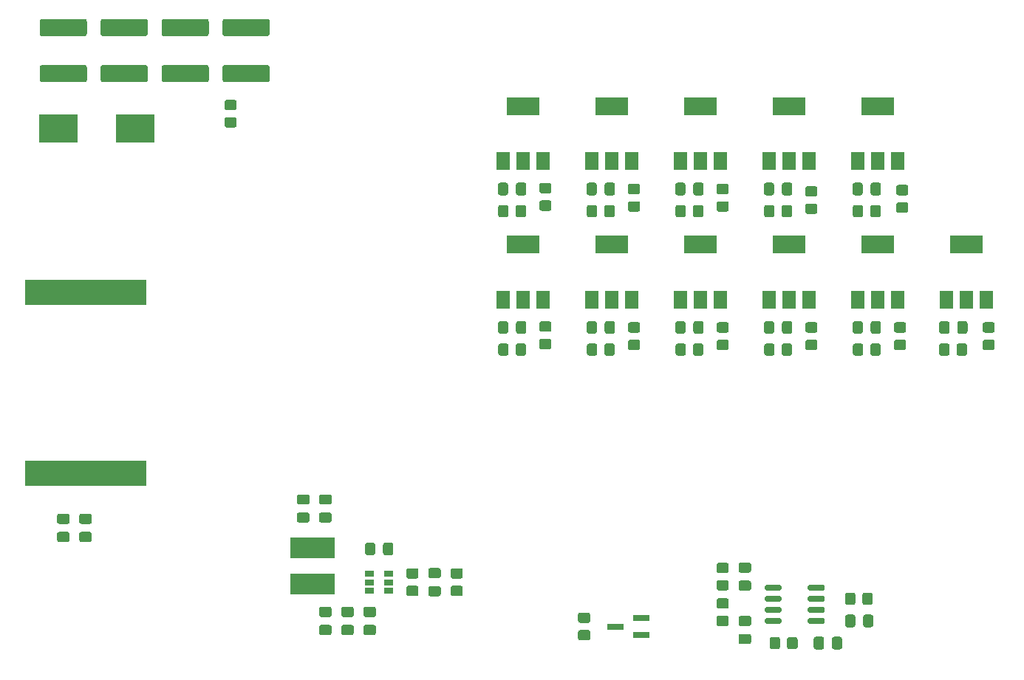
<source format=gbr>
%TF.GenerationSoftware,KiCad,Pcbnew,(5.1.9)-1*%
%TF.CreationDate,2021-10-04T18:28:26-04:00*%
%TF.ProjectId,In9 Music Visualizer RevC,496e3920-4d75-4736-9963-205669737561,rev?*%
%TF.SameCoordinates,Original*%
%TF.FileFunction,Paste,Top*%
%TF.FilePolarity,Positive*%
%FSLAX46Y46*%
G04 Gerber Fmt 4.6, Leading zero omitted, Abs format (unit mm)*
G04 Created by KiCad (PCBNEW (5.1.9)-1) date 2021-10-04 18:28:26*
%MOMM*%
%LPD*%
G01*
G04 APERTURE LIST*
%ADD10R,5.100000X2.350000*%
%ADD11R,1.060000X0.650000*%
%ADD12R,1.500000X2.000000*%
%ADD13R,3.800000X2.000000*%
%ADD14R,1.900000X0.800000*%
%ADD15R,14.000000X3.000000*%
%ADD16R,4.500000X3.300000*%
G04 APERTURE END LIST*
D10*
%TO.C,L2*%
X92710000Y-117010000D03*
X92710000Y-112860000D03*
%TD*%
%TO.C,C18*%
G36*
G01*
X99880000Y-112555000D02*
X99880000Y-113505000D01*
G75*
G02*
X99630000Y-113755000I-250000J0D01*
G01*
X98955000Y-113755000D01*
G75*
G02*
X98705000Y-113505000I0J250000D01*
G01*
X98705000Y-112555000D01*
G75*
G02*
X98955000Y-112305000I250000J0D01*
G01*
X99630000Y-112305000D01*
G75*
G02*
X99880000Y-112555000I0J-250000D01*
G01*
G37*
G36*
G01*
X101955000Y-112555000D02*
X101955000Y-113505000D01*
G75*
G02*
X101705000Y-113755000I-250000J0D01*
G01*
X101030000Y-113755000D01*
G75*
G02*
X100780000Y-113505000I0J250000D01*
G01*
X100780000Y-112555000D01*
G75*
G02*
X101030000Y-112305000I250000J0D01*
G01*
X101705000Y-112305000D01*
G75*
G02*
X101955000Y-112555000I0J-250000D01*
G01*
G37*
%TD*%
%TO.C,R6*%
G36*
G01*
X140150001Y-115805000D02*
X139249999Y-115805000D01*
G75*
G02*
X139000000Y-115555001I0J249999D01*
G01*
X139000000Y-114854999D01*
G75*
G02*
X139249999Y-114605000I249999J0D01*
G01*
X140150001Y-114605000D01*
G75*
G02*
X140400000Y-114854999I0J-249999D01*
G01*
X140400000Y-115555001D01*
G75*
G02*
X140150001Y-115805000I-249999J0D01*
G01*
G37*
G36*
G01*
X140150001Y-117805000D02*
X139249999Y-117805000D01*
G75*
G02*
X139000000Y-117555001I0J249999D01*
G01*
X139000000Y-116854999D01*
G75*
G02*
X139249999Y-116605000I249999J0D01*
G01*
X140150001Y-116605000D01*
G75*
G02*
X140400000Y-116854999I0J-249999D01*
G01*
X140400000Y-117555001D01*
G75*
G02*
X140150001Y-117805000I-249999J0D01*
G01*
G37*
%TD*%
%TO.C,R2*%
G36*
G01*
X140150001Y-119885000D02*
X139249999Y-119885000D01*
G75*
G02*
X139000000Y-119635001I0J249999D01*
G01*
X139000000Y-118934999D01*
G75*
G02*
X139249999Y-118685000I249999J0D01*
G01*
X140150001Y-118685000D01*
G75*
G02*
X140400000Y-118934999I0J-249999D01*
G01*
X140400000Y-119635001D01*
G75*
G02*
X140150001Y-119885000I-249999J0D01*
G01*
G37*
G36*
G01*
X140150001Y-121885000D02*
X139249999Y-121885000D01*
G75*
G02*
X139000000Y-121635001I0J249999D01*
G01*
X139000000Y-120934999D01*
G75*
G02*
X139249999Y-120685000I249999J0D01*
G01*
X140150001Y-120685000D01*
G75*
G02*
X140400000Y-120934999I0J-249999D01*
G01*
X140400000Y-121635001D01*
G75*
G02*
X140150001Y-121885000I-249999J0D01*
G01*
G37*
%TD*%
D11*
%TO.C,U3*%
X101430000Y-116840000D03*
X101430000Y-115890000D03*
X101430000Y-117790000D03*
X99230000Y-117790000D03*
X99230000Y-116840000D03*
X99230000Y-115890000D03*
%TD*%
%TO.C,C13*%
G36*
G01*
X87540002Y-54230000D02*
X82639998Y-54230000D01*
G75*
G02*
X82390000Y-53980002I0J249998D01*
G01*
X82390000Y-52504998D01*
G75*
G02*
X82639998Y-52255000I249998J0D01*
G01*
X87540002Y-52255000D01*
G75*
G02*
X87790000Y-52504998I0J-249998D01*
G01*
X87790000Y-53980002D01*
G75*
G02*
X87540002Y-54230000I-249998J0D01*
G01*
G37*
G36*
G01*
X87540002Y-59505000D02*
X82639998Y-59505000D01*
G75*
G02*
X82390000Y-59255002I0J249998D01*
G01*
X82390000Y-57779998D01*
G75*
G02*
X82639998Y-57530000I249998J0D01*
G01*
X87540002Y-57530000D01*
G75*
G02*
X87790000Y-57779998I0J-249998D01*
G01*
X87790000Y-59255002D01*
G75*
G02*
X87540002Y-59505000I-249998J0D01*
G01*
G37*
%TD*%
%TO.C,C12*%
G36*
G01*
X80555002Y-54230000D02*
X75654998Y-54230000D01*
G75*
G02*
X75405000Y-53980002I0J249998D01*
G01*
X75405000Y-52504998D01*
G75*
G02*
X75654998Y-52255000I249998J0D01*
G01*
X80555002Y-52255000D01*
G75*
G02*
X80805000Y-52504998I0J-249998D01*
G01*
X80805000Y-53980002D01*
G75*
G02*
X80555002Y-54230000I-249998J0D01*
G01*
G37*
G36*
G01*
X80555002Y-59505000D02*
X75654998Y-59505000D01*
G75*
G02*
X75405000Y-59255002I0J249998D01*
G01*
X75405000Y-57779998D01*
G75*
G02*
X75654998Y-57530000I249998J0D01*
G01*
X80555002Y-57530000D01*
G75*
G02*
X80805000Y-57779998I0J-249998D01*
G01*
X80805000Y-59255002D01*
G75*
G02*
X80555002Y-59505000I-249998J0D01*
G01*
G37*
%TD*%
%TO.C,C11*%
G36*
G01*
X73570002Y-54230000D02*
X68669998Y-54230000D01*
G75*
G02*
X68420000Y-53980002I0J249998D01*
G01*
X68420000Y-52504998D01*
G75*
G02*
X68669998Y-52255000I249998J0D01*
G01*
X73570002Y-52255000D01*
G75*
G02*
X73820000Y-52504998I0J-249998D01*
G01*
X73820000Y-53980002D01*
G75*
G02*
X73570002Y-54230000I-249998J0D01*
G01*
G37*
G36*
G01*
X73570002Y-59505000D02*
X68669998Y-59505000D01*
G75*
G02*
X68420000Y-59255002I0J249998D01*
G01*
X68420000Y-57779998D01*
G75*
G02*
X68669998Y-57530000I249998J0D01*
G01*
X73570002Y-57530000D01*
G75*
G02*
X73820000Y-57779998I0J-249998D01*
G01*
X73820000Y-59255002D01*
G75*
G02*
X73570002Y-59505000I-249998J0D01*
G01*
G37*
%TD*%
%TO.C,C10*%
G36*
G01*
X66585002Y-54230000D02*
X61684998Y-54230000D01*
G75*
G02*
X61435000Y-53980002I0J249998D01*
G01*
X61435000Y-52504998D01*
G75*
G02*
X61684998Y-52255000I249998J0D01*
G01*
X66585002Y-52255000D01*
G75*
G02*
X66835000Y-52504998I0J-249998D01*
G01*
X66835000Y-53980002D01*
G75*
G02*
X66585002Y-54230000I-249998J0D01*
G01*
G37*
G36*
G01*
X66585002Y-59505000D02*
X61684998Y-59505000D01*
G75*
G02*
X61435000Y-59255002I0J249998D01*
G01*
X61435000Y-57779998D01*
G75*
G02*
X61684998Y-57530000I249998J0D01*
G01*
X66585002Y-57530000D01*
G75*
G02*
X66835000Y-57779998I0J-249998D01*
G01*
X66835000Y-59255002D01*
G75*
G02*
X66585002Y-59505000I-249998J0D01*
G01*
G37*
%TD*%
%TO.C,U1*%
G36*
G01*
X146455000Y-121135000D02*
X146455000Y-121435000D01*
G75*
G02*
X146305000Y-121585000I-150000J0D01*
G01*
X144655000Y-121585000D01*
G75*
G02*
X144505000Y-121435000I0J150000D01*
G01*
X144505000Y-121135000D01*
G75*
G02*
X144655000Y-120985000I150000J0D01*
G01*
X146305000Y-120985000D01*
G75*
G02*
X146455000Y-121135000I0J-150000D01*
G01*
G37*
G36*
G01*
X146455000Y-119865000D02*
X146455000Y-120165000D01*
G75*
G02*
X146305000Y-120315000I-150000J0D01*
G01*
X144655000Y-120315000D01*
G75*
G02*
X144505000Y-120165000I0J150000D01*
G01*
X144505000Y-119865000D01*
G75*
G02*
X144655000Y-119715000I150000J0D01*
G01*
X146305000Y-119715000D01*
G75*
G02*
X146455000Y-119865000I0J-150000D01*
G01*
G37*
G36*
G01*
X146455000Y-118595000D02*
X146455000Y-118895000D01*
G75*
G02*
X146305000Y-119045000I-150000J0D01*
G01*
X144655000Y-119045000D01*
G75*
G02*
X144505000Y-118895000I0J150000D01*
G01*
X144505000Y-118595000D01*
G75*
G02*
X144655000Y-118445000I150000J0D01*
G01*
X146305000Y-118445000D01*
G75*
G02*
X146455000Y-118595000I0J-150000D01*
G01*
G37*
G36*
G01*
X146455000Y-117325000D02*
X146455000Y-117625000D01*
G75*
G02*
X146305000Y-117775000I-150000J0D01*
G01*
X144655000Y-117775000D01*
G75*
G02*
X144505000Y-117625000I0J150000D01*
G01*
X144505000Y-117325000D01*
G75*
G02*
X144655000Y-117175000I150000J0D01*
G01*
X146305000Y-117175000D01*
G75*
G02*
X146455000Y-117325000I0J-150000D01*
G01*
G37*
G36*
G01*
X151405000Y-117325000D02*
X151405000Y-117625000D01*
G75*
G02*
X151255000Y-117775000I-150000J0D01*
G01*
X149605000Y-117775000D01*
G75*
G02*
X149455000Y-117625000I0J150000D01*
G01*
X149455000Y-117325000D01*
G75*
G02*
X149605000Y-117175000I150000J0D01*
G01*
X151255000Y-117175000D01*
G75*
G02*
X151405000Y-117325000I0J-150000D01*
G01*
G37*
G36*
G01*
X151405000Y-118595000D02*
X151405000Y-118895000D01*
G75*
G02*
X151255000Y-119045000I-150000J0D01*
G01*
X149605000Y-119045000D01*
G75*
G02*
X149455000Y-118895000I0J150000D01*
G01*
X149455000Y-118595000D01*
G75*
G02*
X149605000Y-118445000I150000J0D01*
G01*
X151255000Y-118445000D01*
G75*
G02*
X151405000Y-118595000I0J-150000D01*
G01*
G37*
G36*
G01*
X151405000Y-119865000D02*
X151405000Y-120165000D01*
G75*
G02*
X151255000Y-120315000I-150000J0D01*
G01*
X149605000Y-120315000D01*
G75*
G02*
X149455000Y-120165000I0J150000D01*
G01*
X149455000Y-119865000D01*
G75*
G02*
X149605000Y-119715000I150000J0D01*
G01*
X151255000Y-119715000D01*
G75*
G02*
X151405000Y-119865000I0J-150000D01*
G01*
G37*
G36*
G01*
X151405000Y-121135000D02*
X151405000Y-121435000D01*
G75*
G02*
X151255000Y-121585000I-150000J0D01*
G01*
X149605000Y-121585000D01*
G75*
G02*
X149455000Y-121435000I0J150000D01*
G01*
X149455000Y-121135000D01*
G75*
G02*
X149605000Y-120985000I150000J0D01*
G01*
X151255000Y-120985000D01*
G75*
G02*
X151405000Y-121135000I0J-150000D01*
G01*
G37*
%TD*%
%TO.C,R38*%
G36*
G01*
X169729999Y-89030000D02*
X170630001Y-89030000D01*
G75*
G02*
X170880000Y-89279999I0J-249999D01*
G01*
X170880000Y-89980001D01*
G75*
G02*
X170630001Y-90230000I-249999J0D01*
G01*
X169729999Y-90230000D01*
G75*
G02*
X169480000Y-89980001I0J249999D01*
G01*
X169480000Y-89279999D01*
G75*
G02*
X169729999Y-89030000I249999J0D01*
G01*
G37*
G36*
G01*
X169729999Y-87030000D02*
X170630001Y-87030000D01*
G75*
G02*
X170880000Y-87279999I0J-249999D01*
G01*
X170880000Y-87980001D01*
G75*
G02*
X170630001Y-88230000I-249999J0D01*
G01*
X169729999Y-88230000D01*
G75*
G02*
X169480000Y-87980001I0J249999D01*
G01*
X169480000Y-87279999D01*
G75*
G02*
X169729999Y-87030000I249999J0D01*
G01*
G37*
%TD*%
%TO.C,R37*%
G36*
G01*
X159823999Y-73282000D02*
X160724001Y-73282000D01*
G75*
G02*
X160974000Y-73531999I0J-249999D01*
G01*
X160974000Y-74232001D01*
G75*
G02*
X160724001Y-74482000I-249999J0D01*
G01*
X159823999Y-74482000D01*
G75*
G02*
X159574000Y-74232001I0J249999D01*
G01*
X159574000Y-73531999D01*
G75*
G02*
X159823999Y-73282000I249999J0D01*
G01*
G37*
G36*
G01*
X159823999Y-71282000D02*
X160724001Y-71282000D01*
G75*
G02*
X160974000Y-71531999I0J-249999D01*
G01*
X160974000Y-72232001D01*
G75*
G02*
X160724001Y-72482000I-249999J0D01*
G01*
X159823999Y-72482000D01*
G75*
G02*
X159574000Y-72232001I0J249999D01*
G01*
X159574000Y-71531999D01*
G75*
G02*
X159823999Y-71282000I249999J0D01*
G01*
G37*
%TD*%
%TO.C,R36*%
G36*
G01*
X159569999Y-89030000D02*
X160470001Y-89030000D01*
G75*
G02*
X160720000Y-89279999I0J-249999D01*
G01*
X160720000Y-89980001D01*
G75*
G02*
X160470001Y-90230000I-249999J0D01*
G01*
X159569999Y-90230000D01*
G75*
G02*
X159320000Y-89980001I0J249999D01*
G01*
X159320000Y-89279999D01*
G75*
G02*
X159569999Y-89030000I249999J0D01*
G01*
G37*
G36*
G01*
X159569999Y-87030000D02*
X160470001Y-87030000D01*
G75*
G02*
X160720000Y-87279999I0J-249999D01*
G01*
X160720000Y-87980001D01*
G75*
G02*
X160470001Y-88230000I-249999J0D01*
G01*
X159569999Y-88230000D01*
G75*
G02*
X159320000Y-87980001I0J249999D01*
G01*
X159320000Y-87279999D01*
G75*
G02*
X159569999Y-87030000I249999J0D01*
G01*
G37*
%TD*%
%TO.C,R35*%
G36*
G01*
X149409999Y-73425000D02*
X150310001Y-73425000D01*
G75*
G02*
X150560000Y-73674999I0J-249999D01*
G01*
X150560000Y-74375001D01*
G75*
G02*
X150310001Y-74625000I-249999J0D01*
G01*
X149409999Y-74625000D01*
G75*
G02*
X149160000Y-74375001I0J249999D01*
G01*
X149160000Y-73674999D01*
G75*
G02*
X149409999Y-73425000I249999J0D01*
G01*
G37*
G36*
G01*
X149409999Y-71425000D02*
X150310001Y-71425000D01*
G75*
G02*
X150560000Y-71674999I0J-249999D01*
G01*
X150560000Y-72375001D01*
G75*
G02*
X150310001Y-72625000I-249999J0D01*
G01*
X149409999Y-72625000D01*
G75*
G02*
X149160000Y-72375001I0J249999D01*
G01*
X149160000Y-71674999D01*
G75*
G02*
X149409999Y-71425000I249999J0D01*
G01*
G37*
%TD*%
%TO.C,R34*%
G36*
G01*
X149409999Y-89030000D02*
X150310001Y-89030000D01*
G75*
G02*
X150560000Y-89279999I0J-249999D01*
G01*
X150560000Y-89980001D01*
G75*
G02*
X150310001Y-90230000I-249999J0D01*
G01*
X149409999Y-90230000D01*
G75*
G02*
X149160000Y-89980001I0J249999D01*
G01*
X149160000Y-89279999D01*
G75*
G02*
X149409999Y-89030000I249999J0D01*
G01*
G37*
G36*
G01*
X149409999Y-87030000D02*
X150310001Y-87030000D01*
G75*
G02*
X150560000Y-87279999I0J-249999D01*
G01*
X150560000Y-87980001D01*
G75*
G02*
X150310001Y-88230000I-249999J0D01*
G01*
X149409999Y-88230000D01*
G75*
G02*
X149160000Y-87980001I0J249999D01*
G01*
X149160000Y-87279999D01*
G75*
G02*
X149409999Y-87030000I249999J0D01*
G01*
G37*
%TD*%
%TO.C,R33*%
G36*
G01*
X166500000Y-90620001D02*
X166500000Y-89719999D01*
G75*
G02*
X166749999Y-89470000I249999J0D01*
G01*
X167450001Y-89470000D01*
G75*
G02*
X167700000Y-89719999I0J-249999D01*
G01*
X167700000Y-90620001D01*
G75*
G02*
X167450001Y-90870000I-249999J0D01*
G01*
X166749999Y-90870000D01*
G75*
G02*
X166500000Y-90620001I0J249999D01*
G01*
G37*
G36*
G01*
X164500000Y-90620001D02*
X164500000Y-89719999D01*
G75*
G02*
X164749999Y-89470000I249999J0D01*
G01*
X165450001Y-89470000D01*
G75*
G02*
X165700000Y-89719999I0J-249999D01*
G01*
X165700000Y-90620001D01*
G75*
G02*
X165450001Y-90870000I-249999J0D01*
G01*
X164749999Y-90870000D01*
G75*
G02*
X164500000Y-90620001I0J249999D01*
G01*
G37*
%TD*%
%TO.C,R32*%
G36*
G01*
X156610000Y-74745001D02*
X156610000Y-73844999D01*
G75*
G02*
X156859999Y-73595000I249999J0D01*
G01*
X157560001Y-73595000D01*
G75*
G02*
X157810000Y-73844999I0J-249999D01*
G01*
X157810000Y-74745001D01*
G75*
G02*
X157560001Y-74995000I-249999J0D01*
G01*
X156859999Y-74995000D01*
G75*
G02*
X156610000Y-74745001I0J249999D01*
G01*
G37*
G36*
G01*
X154610000Y-74745001D02*
X154610000Y-73844999D01*
G75*
G02*
X154859999Y-73595000I249999J0D01*
G01*
X155560001Y-73595000D01*
G75*
G02*
X155810000Y-73844999I0J-249999D01*
G01*
X155810000Y-74745001D01*
G75*
G02*
X155560001Y-74995000I-249999J0D01*
G01*
X154859999Y-74995000D01*
G75*
G02*
X154610000Y-74745001I0J249999D01*
G01*
G37*
%TD*%
%TO.C,R31*%
G36*
G01*
X156610000Y-90620001D02*
X156610000Y-89719999D01*
G75*
G02*
X156859999Y-89470000I249999J0D01*
G01*
X157560001Y-89470000D01*
G75*
G02*
X157810000Y-89719999I0J-249999D01*
G01*
X157810000Y-90620001D01*
G75*
G02*
X157560001Y-90870000I-249999J0D01*
G01*
X156859999Y-90870000D01*
G75*
G02*
X156610000Y-90620001I0J249999D01*
G01*
G37*
G36*
G01*
X154610000Y-90620001D02*
X154610000Y-89719999D01*
G75*
G02*
X154859999Y-89470000I249999J0D01*
G01*
X155560001Y-89470000D01*
G75*
G02*
X155810000Y-89719999I0J-249999D01*
G01*
X155810000Y-90620001D01*
G75*
G02*
X155560001Y-90870000I-249999J0D01*
G01*
X154859999Y-90870000D01*
G75*
G02*
X154610000Y-90620001I0J249999D01*
G01*
G37*
%TD*%
%TO.C,R30*%
G36*
G01*
X146450000Y-74745001D02*
X146450000Y-73844999D01*
G75*
G02*
X146699999Y-73595000I249999J0D01*
G01*
X147400001Y-73595000D01*
G75*
G02*
X147650000Y-73844999I0J-249999D01*
G01*
X147650000Y-74745001D01*
G75*
G02*
X147400001Y-74995000I-249999J0D01*
G01*
X146699999Y-74995000D01*
G75*
G02*
X146450000Y-74745001I0J249999D01*
G01*
G37*
G36*
G01*
X144450000Y-74745001D02*
X144450000Y-73844999D01*
G75*
G02*
X144699999Y-73595000I249999J0D01*
G01*
X145400001Y-73595000D01*
G75*
G02*
X145650000Y-73844999I0J-249999D01*
G01*
X145650000Y-74745001D01*
G75*
G02*
X145400001Y-74995000I-249999J0D01*
G01*
X144699999Y-74995000D01*
G75*
G02*
X144450000Y-74745001I0J249999D01*
G01*
G37*
%TD*%
%TO.C,R29*%
G36*
G01*
X146450000Y-90620001D02*
X146450000Y-89719999D01*
G75*
G02*
X146699999Y-89470000I249999J0D01*
G01*
X147400001Y-89470000D01*
G75*
G02*
X147650000Y-89719999I0J-249999D01*
G01*
X147650000Y-90620001D01*
G75*
G02*
X147400001Y-90870000I-249999J0D01*
G01*
X146699999Y-90870000D01*
G75*
G02*
X146450000Y-90620001I0J249999D01*
G01*
G37*
G36*
G01*
X144450000Y-90620001D02*
X144450000Y-89719999D01*
G75*
G02*
X144699999Y-89470000I249999J0D01*
G01*
X145400001Y-89470000D01*
G75*
G02*
X145650000Y-89719999I0J-249999D01*
G01*
X145650000Y-90620001D01*
G75*
G02*
X145400001Y-90870000I-249999J0D01*
G01*
X144699999Y-90870000D01*
G75*
G02*
X144450000Y-90620001I0J249999D01*
G01*
G37*
%TD*%
%TO.C,R28*%
G36*
G01*
X139249999Y-73155000D02*
X140150001Y-73155000D01*
G75*
G02*
X140400000Y-73404999I0J-249999D01*
G01*
X140400000Y-74105001D01*
G75*
G02*
X140150001Y-74355000I-249999J0D01*
G01*
X139249999Y-74355000D01*
G75*
G02*
X139000000Y-74105001I0J249999D01*
G01*
X139000000Y-73404999D01*
G75*
G02*
X139249999Y-73155000I249999J0D01*
G01*
G37*
G36*
G01*
X139249999Y-71155000D02*
X140150001Y-71155000D01*
G75*
G02*
X140400000Y-71404999I0J-249999D01*
G01*
X140400000Y-72105001D01*
G75*
G02*
X140150001Y-72355000I-249999J0D01*
G01*
X139249999Y-72355000D01*
G75*
G02*
X139000000Y-72105001I0J249999D01*
G01*
X139000000Y-71404999D01*
G75*
G02*
X139249999Y-71155000I249999J0D01*
G01*
G37*
%TD*%
%TO.C,R27*%
G36*
G01*
X139249999Y-89030000D02*
X140150001Y-89030000D01*
G75*
G02*
X140400000Y-89279999I0J-249999D01*
G01*
X140400000Y-89980001D01*
G75*
G02*
X140150001Y-90230000I-249999J0D01*
G01*
X139249999Y-90230000D01*
G75*
G02*
X139000000Y-89980001I0J249999D01*
G01*
X139000000Y-89279999D01*
G75*
G02*
X139249999Y-89030000I249999J0D01*
G01*
G37*
G36*
G01*
X139249999Y-87030000D02*
X140150001Y-87030000D01*
G75*
G02*
X140400000Y-87279999I0J-249999D01*
G01*
X140400000Y-87980001D01*
G75*
G02*
X140150001Y-88230000I-249999J0D01*
G01*
X139249999Y-88230000D01*
G75*
G02*
X139000000Y-87980001I0J249999D01*
G01*
X139000000Y-87279999D01*
G75*
G02*
X139249999Y-87030000I249999J0D01*
G01*
G37*
%TD*%
%TO.C,R26*%
G36*
G01*
X129089999Y-73155000D02*
X129990001Y-73155000D01*
G75*
G02*
X130240000Y-73404999I0J-249999D01*
G01*
X130240000Y-74105001D01*
G75*
G02*
X129990001Y-74355000I-249999J0D01*
G01*
X129089999Y-74355000D01*
G75*
G02*
X128840000Y-74105001I0J249999D01*
G01*
X128840000Y-73404999D01*
G75*
G02*
X129089999Y-73155000I249999J0D01*
G01*
G37*
G36*
G01*
X129089999Y-71155000D02*
X129990001Y-71155000D01*
G75*
G02*
X130240000Y-71404999I0J-249999D01*
G01*
X130240000Y-72105001D01*
G75*
G02*
X129990001Y-72355000I-249999J0D01*
G01*
X129089999Y-72355000D01*
G75*
G02*
X128840000Y-72105001I0J249999D01*
G01*
X128840000Y-71404999D01*
G75*
G02*
X129089999Y-71155000I249999J0D01*
G01*
G37*
%TD*%
%TO.C,R25*%
G36*
G01*
X129089999Y-89030000D02*
X129990001Y-89030000D01*
G75*
G02*
X130240000Y-89279999I0J-249999D01*
G01*
X130240000Y-89980001D01*
G75*
G02*
X129990001Y-90230000I-249999J0D01*
G01*
X129089999Y-90230000D01*
G75*
G02*
X128840000Y-89980001I0J249999D01*
G01*
X128840000Y-89279999D01*
G75*
G02*
X129089999Y-89030000I249999J0D01*
G01*
G37*
G36*
G01*
X129089999Y-87030000D02*
X129990001Y-87030000D01*
G75*
G02*
X130240000Y-87279999I0J-249999D01*
G01*
X130240000Y-87980001D01*
G75*
G02*
X129990001Y-88230000I-249999J0D01*
G01*
X129089999Y-88230000D01*
G75*
G02*
X128840000Y-87980001I0J249999D01*
G01*
X128840000Y-87279999D01*
G75*
G02*
X129089999Y-87030000I249999J0D01*
G01*
G37*
%TD*%
%TO.C,R24*%
G36*
G01*
X118929999Y-73060000D02*
X119830001Y-73060000D01*
G75*
G02*
X120080000Y-73309999I0J-249999D01*
G01*
X120080000Y-74010001D01*
G75*
G02*
X119830001Y-74260000I-249999J0D01*
G01*
X118929999Y-74260000D01*
G75*
G02*
X118680000Y-74010001I0J249999D01*
G01*
X118680000Y-73309999D01*
G75*
G02*
X118929999Y-73060000I249999J0D01*
G01*
G37*
G36*
G01*
X118929999Y-71060000D02*
X119830001Y-71060000D01*
G75*
G02*
X120080000Y-71309999I0J-249999D01*
G01*
X120080000Y-72010001D01*
G75*
G02*
X119830001Y-72260000I-249999J0D01*
G01*
X118929999Y-72260000D01*
G75*
G02*
X118680000Y-72010001I0J249999D01*
G01*
X118680000Y-71309999D01*
G75*
G02*
X118929999Y-71060000I249999J0D01*
G01*
G37*
%TD*%
%TO.C,R23*%
G36*
G01*
X118929999Y-88935000D02*
X119830001Y-88935000D01*
G75*
G02*
X120080000Y-89184999I0J-249999D01*
G01*
X120080000Y-89885001D01*
G75*
G02*
X119830001Y-90135000I-249999J0D01*
G01*
X118929999Y-90135000D01*
G75*
G02*
X118680000Y-89885001I0J249999D01*
G01*
X118680000Y-89184999D01*
G75*
G02*
X118929999Y-88935000I249999J0D01*
G01*
G37*
G36*
G01*
X118929999Y-86935000D02*
X119830001Y-86935000D01*
G75*
G02*
X120080000Y-87184999I0J-249999D01*
G01*
X120080000Y-87885001D01*
G75*
G02*
X119830001Y-88135000I-249999J0D01*
G01*
X118929999Y-88135000D01*
G75*
G02*
X118680000Y-87885001I0J249999D01*
G01*
X118680000Y-87184999D01*
G75*
G02*
X118929999Y-86935000I249999J0D01*
G01*
G37*
%TD*%
%TO.C,R22*%
G36*
G01*
X136290000Y-74745001D02*
X136290000Y-73844999D01*
G75*
G02*
X136539999Y-73595000I249999J0D01*
G01*
X137240001Y-73595000D01*
G75*
G02*
X137490000Y-73844999I0J-249999D01*
G01*
X137490000Y-74745001D01*
G75*
G02*
X137240001Y-74995000I-249999J0D01*
G01*
X136539999Y-74995000D01*
G75*
G02*
X136290000Y-74745001I0J249999D01*
G01*
G37*
G36*
G01*
X134290000Y-74745001D02*
X134290000Y-73844999D01*
G75*
G02*
X134539999Y-73595000I249999J0D01*
G01*
X135240001Y-73595000D01*
G75*
G02*
X135490000Y-73844999I0J-249999D01*
G01*
X135490000Y-74745001D01*
G75*
G02*
X135240001Y-74995000I-249999J0D01*
G01*
X134539999Y-74995000D01*
G75*
G02*
X134290000Y-74745001I0J249999D01*
G01*
G37*
%TD*%
%TO.C,R21*%
G36*
G01*
X136290000Y-90620001D02*
X136290000Y-89719999D01*
G75*
G02*
X136539999Y-89470000I249999J0D01*
G01*
X137240001Y-89470000D01*
G75*
G02*
X137490000Y-89719999I0J-249999D01*
G01*
X137490000Y-90620001D01*
G75*
G02*
X137240001Y-90870000I-249999J0D01*
G01*
X136539999Y-90870000D01*
G75*
G02*
X136290000Y-90620001I0J249999D01*
G01*
G37*
G36*
G01*
X134290000Y-90620001D02*
X134290000Y-89719999D01*
G75*
G02*
X134539999Y-89470000I249999J0D01*
G01*
X135240001Y-89470000D01*
G75*
G02*
X135490000Y-89719999I0J-249999D01*
G01*
X135490000Y-90620001D01*
G75*
G02*
X135240001Y-90870000I-249999J0D01*
G01*
X134539999Y-90870000D01*
G75*
G02*
X134290000Y-90620001I0J249999D01*
G01*
G37*
%TD*%
%TO.C,R20*%
G36*
G01*
X126130000Y-74745001D02*
X126130000Y-73844999D01*
G75*
G02*
X126379999Y-73595000I249999J0D01*
G01*
X127080001Y-73595000D01*
G75*
G02*
X127330000Y-73844999I0J-249999D01*
G01*
X127330000Y-74745001D01*
G75*
G02*
X127080001Y-74995000I-249999J0D01*
G01*
X126379999Y-74995000D01*
G75*
G02*
X126130000Y-74745001I0J249999D01*
G01*
G37*
G36*
G01*
X124130000Y-74745001D02*
X124130000Y-73844999D01*
G75*
G02*
X124379999Y-73595000I249999J0D01*
G01*
X125080001Y-73595000D01*
G75*
G02*
X125330000Y-73844999I0J-249999D01*
G01*
X125330000Y-74745001D01*
G75*
G02*
X125080001Y-74995000I-249999J0D01*
G01*
X124379999Y-74995000D01*
G75*
G02*
X124130000Y-74745001I0J249999D01*
G01*
G37*
%TD*%
%TO.C,R19*%
G36*
G01*
X126130000Y-90620001D02*
X126130000Y-89719999D01*
G75*
G02*
X126379999Y-89470000I249999J0D01*
G01*
X127080001Y-89470000D01*
G75*
G02*
X127330000Y-89719999I0J-249999D01*
G01*
X127330000Y-90620001D01*
G75*
G02*
X127080001Y-90870000I-249999J0D01*
G01*
X126379999Y-90870000D01*
G75*
G02*
X126130000Y-90620001I0J249999D01*
G01*
G37*
G36*
G01*
X124130000Y-90620001D02*
X124130000Y-89719999D01*
G75*
G02*
X124379999Y-89470000I249999J0D01*
G01*
X125080001Y-89470000D01*
G75*
G02*
X125330000Y-89719999I0J-249999D01*
G01*
X125330000Y-90620001D01*
G75*
G02*
X125080001Y-90870000I-249999J0D01*
G01*
X124379999Y-90870000D01*
G75*
G02*
X124130000Y-90620001I0J249999D01*
G01*
G37*
%TD*%
%TO.C,R18*%
G36*
G01*
X115970000Y-74745001D02*
X115970000Y-73844999D01*
G75*
G02*
X116219999Y-73595000I249999J0D01*
G01*
X116920001Y-73595000D01*
G75*
G02*
X117170000Y-73844999I0J-249999D01*
G01*
X117170000Y-74745001D01*
G75*
G02*
X116920001Y-74995000I-249999J0D01*
G01*
X116219999Y-74995000D01*
G75*
G02*
X115970000Y-74745001I0J249999D01*
G01*
G37*
G36*
G01*
X113970000Y-74745001D02*
X113970000Y-73844999D01*
G75*
G02*
X114219999Y-73595000I249999J0D01*
G01*
X114920001Y-73595000D01*
G75*
G02*
X115170000Y-73844999I0J-249999D01*
G01*
X115170000Y-74745001D01*
G75*
G02*
X114920001Y-74995000I-249999J0D01*
G01*
X114219999Y-74995000D01*
G75*
G02*
X113970000Y-74745001I0J249999D01*
G01*
G37*
%TD*%
%TO.C,R17*%
G36*
G01*
X115970000Y-90620001D02*
X115970000Y-89719999D01*
G75*
G02*
X116219999Y-89470000I249999J0D01*
G01*
X116920001Y-89470000D01*
G75*
G02*
X117170000Y-89719999I0J-249999D01*
G01*
X117170000Y-90620001D01*
G75*
G02*
X116920001Y-90870000I-249999J0D01*
G01*
X116219999Y-90870000D01*
G75*
G02*
X115970000Y-90620001I0J249999D01*
G01*
G37*
G36*
G01*
X113970000Y-90620001D02*
X113970000Y-89719999D01*
G75*
G02*
X114219999Y-89470000I249999J0D01*
G01*
X114920001Y-89470000D01*
G75*
G02*
X115170000Y-89719999I0J-249999D01*
G01*
X115170000Y-90620001D01*
G75*
G02*
X114920001Y-90870000I-249999J0D01*
G01*
X114219999Y-90870000D01*
G75*
G02*
X113970000Y-90620001I0J249999D01*
G01*
G37*
%TD*%
%TO.C,R16*%
G36*
G01*
X104590001Y-116440000D02*
X103689999Y-116440000D01*
G75*
G02*
X103440000Y-116190001I0J249999D01*
G01*
X103440000Y-115489999D01*
G75*
G02*
X103689999Y-115240000I249999J0D01*
G01*
X104590001Y-115240000D01*
G75*
G02*
X104840000Y-115489999I0J-249999D01*
G01*
X104840000Y-116190001D01*
G75*
G02*
X104590001Y-116440000I-249999J0D01*
G01*
G37*
G36*
G01*
X104590001Y-118440000D02*
X103689999Y-118440000D01*
G75*
G02*
X103440000Y-118190001I0J249999D01*
G01*
X103440000Y-117489999D01*
G75*
G02*
X103689999Y-117240000I249999J0D01*
G01*
X104590001Y-117240000D01*
G75*
G02*
X104840000Y-117489999I0J-249999D01*
G01*
X104840000Y-118190001D01*
G75*
G02*
X104590001Y-118440000I-249999J0D01*
G01*
G37*
%TD*%
%TO.C,R15*%
G36*
G01*
X108769999Y-117240000D02*
X109670001Y-117240000D01*
G75*
G02*
X109920000Y-117489999I0J-249999D01*
G01*
X109920000Y-118190001D01*
G75*
G02*
X109670001Y-118440000I-249999J0D01*
G01*
X108769999Y-118440000D01*
G75*
G02*
X108520000Y-118190001I0J249999D01*
G01*
X108520000Y-117489999D01*
G75*
G02*
X108769999Y-117240000I249999J0D01*
G01*
G37*
G36*
G01*
X108769999Y-115240000D02*
X109670001Y-115240000D01*
G75*
G02*
X109920000Y-115489999I0J-249999D01*
G01*
X109920000Y-116190001D01*
G75*
G02*
X109670001Y-116440000I-249999J0D01*
G01*
X108769999Y-116440000D01*
G75*
G02*
X108520000Y-116190001I0J249999D01*
G01*
X108520000Y-115489999D01*
G75*
G02*
X108769999Y-115240000I249999J0D01*
G01*
G37*
%TD*%
%TO.C,R9*%
G36*
G01*
X82861999Y-63519000D02*
X83762001Y-63519000D01*
G75*
G02*
X84012000Y-63768999I0J-249999D01*
G01*
X84012000Y-64469001D01*
G75*
G02*
X83762001Y-64719000I-249999J0D01*
G01*
X82861999Y-64719000D01*
G75*
G02*
X82612000Y-64469001I0J249999D01*
G01*
X82612000Y-63768999D01*
G75*
G02*
X82861999Y-63519000I249999J0D01*
G01*
G37*
G36*
G01*
X82861999Y-61519000D02*
X83762001Y-61519000D01*
G75*
G02*
X84012000Y-61768999I0J-249999D01*
G01*
X84012000Y-62469001D01*
G75*
G02*
X83762001Y-62719000I-249999J0D01*
G01*
X82861999Y-62719000D01*
G75*
G02*
X82612000Y-62469001I0J249999D01*
G01*
X82612000Y-61768999D01*
G75*
G02*
X82861999Y-61519000I249999J0D01*
G01*
G37*
%TD*%
%TO.C,R5*%
G36*
G01*
X155705000Y-119195001D02*
X155705000Y-118294999D01*
G75*
G02*
X155954999Y-118045000I249999J0D01*
G01*
X156655001Y-118045000D01*
G75*
G02*
X156905000Y-118294999I0J-249999D01*
G01*
X156905000Y-119195001D01*
G75*
G02*
X156655001Y-119445000I-249999J0D01*
G01*
X155954999Y-119445000D01*
G75*
G02*
X155705000Y-119195001I0J249999D01*
G01*
G37*
G36*
G01*
X153705000Y-119195001D02*
X153705000Y-118294999D01*
G75*
G02*
X153954999Y-118045000I249999J0D01*
G01*
X154655001Y-118045000D01*
G75*
G02*
X154905000Y-118294999I0J-249999D01*
G01*
X154905000Y-119195001D01*
G75*
G02*
X154655001Y-119445000I-249999J0D01*
G01*
X153954999Y-119445000D01*
G75*
G02*
X153705000Y-119195001I0J249999D01*
G01*
G37*
%TD*%
%TO.C,R4*%
G36*
G01*
X147085000Y-124275001D02*
X147085000Y-123374999D01*
G75*
G02*
X147334999Y-123125000I249999J0D01*
G01*
X148035001Y-123125000D01*
G75*
G02*
X148285000Y-123374999I0J-249999D01*
G01*
X148285000Y-124275001D01*
G75*
G02*
X148035001Y-124525000I-249999J0D01*
G01*
X147334999Y-124525000D01*
G75*
G02*
X147085000Y-124275001I0J249999D01*
G01*
G37*
G36*
G01*
X145085000Y-124275001D02*
X145085000Y-123374999D01*
G75*
G02*
X145334999Y-123125000I249999J0D01*
G01*
X146035001Y-123125000D01*
G75*
G02*
X146285000Y-123374999I0J-249999D01*
G01*
X146285000Y-124275001D01*
G75*
G02*
X146035001Y-124525000I-249999J0D01*
G01*
X145334999Y-124525000D01*
G75*
G02*
X145085000Y-124275001I0J249999D01*
G01*
G37*
%TD*%
%TO.C,R3*%
G36*
G01*
X123374999Y-122320000D02*
X124275001Y-122320000D01*
G75*
G02*
X124525000Y-122569999I0J-249999D01*
G01*
X124525000Y-123270001D01*
G75*
G02*
X124275001Y-123520000I-249999J0D01*
G01*
X123374999Y-123520000D01*
G75*
G02*
X123125000Y-123270001I0J249999D01*
G01*
X123125000Y-122569999D01*
G75*
G02*
X123374999Y-122320000I249999J0D01*
G01*
G37*
G36*
G01*
X123374999Y-120320000D02*
X124275001Y-120320000D01*
G75*
G02*
X124525000Y-120569999I0J-249999D01*
G01*
X124525000Y-121270001D01*
G75*
G02*
X124275001Y-121520000I-249999J0D01*
G01*
X123374999Y-121520000D01*
G75*
G02*
X123125000Y-121270001I0J249999D01*
G01*
X123125000Y-120569999D01*
G75*
G02*
X123374999Y-120320000I249999J0D01*
G01*
G37*
%TD*%
D12*
%TO.C,Q13*%
X165340000Y-84430000D03*
X169940000Y-84430000D03*
X167640000Y-84430000D03*
D13*
X167640000Y-78130000D03*
%TD*%
D12*
%TO.C,Q12*%
X155180000Y-68555000D03*
X159780000Y-68555000D03*
X157480000Y-68555000D03*
D13*
X157480000Y-62255000D03*
%TD*%
D12*
%TO.C,Q11*%
X155180000Y-84430000D03*
X159780000Y-84430000D03*
X157480000Y-84430000D03*
D13*
X157480000Y-78130000D03*
%TD*%
D12*
%TO.C,Q10*%
X145020000Y-68555000D03*
X149620000Y-68555000D03*
X147320000Y-68555000D03*
D13*
X147320000Y-62255000D03*
%TD*%
D12*
%TO.C,Q9*%
X145020000Y-84430000D03*
X149620000Y-84430000D03*
X147320000Y-84430000D03*
D13*
X147320000Y-78130000D03*
%TD*%
D12*
%TO.C,Q8*%
X134860000Y-68555000D03*
X139460000Y-68555000D03*
X137160000Y-68555000D03*
D13*
X137160000Y-62255000D03*
%TD*%
D12*
%TO.C,Q7*%
X134860000Y-84430000D03*
X139460000Y-84430000D03*
X137160000Y-84430000D03*
D13*
X137160000Y-78130000D03*
%TD*%
D12*
%TO.C,Q6*%
X124700000Y-68555000D03*
X129300000Y-68555000D03*
X127000000Y-68555000D03*
D13*
X127000000Y-62255000D03*
%TD*%
D12*
%TO.C,Q5*%
X124700000Y-84430000D03*
X129300000Y-84430000D03*
X127000000Y-84430000D03*
D13*
X127000000Y-78130000D03*
%TD*%
D12*
%TO.C,Q4*%
X114540000Y-68555000D03*
X119140000Y-68555000D03*
X116840000Y-68555000D03*
D13*
X116840000Y-62255000D03*
%TD*%
D12*
%TO.C,Q3*%
X114540000Y-84430000D03*
X119140000Y-84430000D03*
X116840000Y-84430000D03*
D13*
X116840000Y-78130000D03*
%TD*%
D14*
%TO.C,Q1*%
X127405000Y-121920000D03*
X130405000Y-120970000D03*
X130405000Y-122870000D03*
%TD*%
D15*
%TO.C,L1*%
X66675000Y-104380000D03*
X66675000Y-83580000D03*
%TD*%
D16*
%TO.C,D1*%
X63545000Y-64770000D03*
X72345000Y-64770000D03*
%TD*%
%TO.C,C36*%
G36*
G01*
X166587500Y-88105000D02*
X166587500Y-87155000D01*
G75*
G02*
X166837500Y-86905000I250000J0D01*
G01*
X167512500Y-86905000D01*
G75*
G02*
X167762500Y-87155000I0J-250000D01*
G01*
X167762500Y-88105000D01*
G75*
G02*
X167512500Y-88355000I-250000J0D01*
G01*
X166837500Y-88355000D01*
G75*
G02*
X166587500Y-88105000I0J250000D01*
G01*
G37*
G36*
G01*
X164512500Y-88105000D02*
X164512500Y-87155000D01*
G75*
G02*
X164762500Y-86905000I250000J0D01*
G01*
X165437500Y-86905000D01*
G75*
G02*
X165687500Y-87155000I0J-250000D01*
G01*
X165687500Y-88105000D01*
G75*
G02*
X165437500Y-88355000I-250000J0D01*
G01*
X164762500Y-88355000D01*
G75*
G02*
X164512500Y-88105000I0J250000D01*
G01*
G37*
%TD*%
%TO.C,C35*%
G36*
G01*
X156660000Y-72230000D02*
X156660000Y-71280000D01*
G75*
G02*
X156910000Y-71030000I250000J0D01*
G01*
X157585000Y-71030000D01*
G75*
G02*
X157835000Y-71280000I0J-250000D01*
G01*
X157835000Y-72230000D01*
G75*
G02*
X157585000Y-72480000I-250000J0D01*
G01*
X156910000Y-72480000D01*
G75*
G02*
X156660000Y-72230000I0J250000D01*
G01*
G37*
G36*
G01*
X154585000Y-72230000D02*
X154585000Y-71280000D01*
G75*
G02*
X154835000Y-71030000I250000J0D01*
G01*
X155510000Y-71030000D01*
G75*
G02*
X155760000Y-71280000I0J-250000D01*
G01*
X155760000Y-72230000D01*
G75*
G02*
X155510000Y-72480000I-250000J0D01*
G01*
X154835000Y-72480000D01*
G75*
G02*
X154585000Y-72230000I0J250000D01*
G01*
G37*
%TD*%
%TO.C,C34*%
G36*
G01*
X156660000Y-88105000D02*
X156660000Y-87155000D01*
G75*
G02*
X156910000Y-86905000I250000J0D01*
G01*
X157585000Y-86905000D01*
G75*
G02*
X157835000Y-87155000I0J-250000D01*
G01*
X157835000Y-88105000D01*
G75*
G02*
X157585000Y-88355000I-250000J0D01*
G01*
X156910000Y-88355000D01*
G75*
G02*
X156660000Y-88105000I0J250000D01*
G01*
G37*
G36*
G01*
X154585000Y-88105000D02*
X154585000Y-87155000D01*
G75*
G02*
X154835000Y-86905000I250000J0D01*
G01*
X155510000Y-86905000D01*
G75*
G02*
X155760000Y-87155000I0J-250000D01*
G01*
X155760000Y-88105000D01*
G75*
G02*
X155510000Y-88355000I-250000J0D01*
G01*
X154835000Y-88355000D01*
G75*
G02*
X154585000Y-88105000I0J250000D01*
G01*
G37*
%TD*%
%TO.C,C33*%
G36*
G01*
X146500000Y-72230000D02*
X146500000Y-71280000D01*
G75*
G02*
X146750000Y-71030000I250000J0D01*
G01*
X147425000Y-71030000D01*
G75*
G02*
X147675000Y-71280000I0J-250000D01*
G01*
X147675000Y-72230000D01*
G75*
G02*
X147425000Y-72480000I-250000J0D01*
G01*
X146750000Y-72480000D01*
G75*
G02*
X146500000Y-72230000I0J250000D01*
G01*
G37*
G36*
G01*
X144425000Y-72230000D02*
X144425000Y-71280000D01*
G75*
G02*
X144675000Y-71030000I250000J0D01*
G01*
X145350000Y-71030000D01*
G75*
G02*
X145600000Y-71280000I0J-250000D01*
G01*
X145600000Y-72230000D01*
G75*
G02*
X145350000Y-72480000I-250000J0D01*
G01*
X144675000Y-72480000D01*
G75*
G02*
X144425000Y-72230000I0J250000D01*
G01*
G37*
%TD*%
%TO.C,C32*%
G36*
G01*
X146500000Y-88105000D02*
X146500000Y-87155000D01*
G75*
G02*
X146750000Y-86905000I250000J0D01*
G01*
X147425000Y-86905000D01*
G75*
G02*
X147675000Y-87155000I0J-250000D01*
G01*
X147675000Y-88105000D01*
G75*
G02*
X147425000Y-88355000I-250000J0D01*
G01*
X146750000Y-88355000D01*
G75*
G02*
X146500000Y-88105000I0J250000D01*
G01*
G37*
G36*
G01*
X144425000Y-88105000D02*
X144425000Y-87155000D01*
G75*
G02*
X144675000Y-86905000I250000J0D01*
G01*
X145350000Y-86905000D01*
G75*
G02*
X145600000Y-87155000I0J-250000D01*
G01*
X145600000Y-88105000D01*
G75*
G02*
X145350000Y-88355000I-250000J0D01*
G01*
X144675000Y-88355000D01*
G75*
G02*
X144425000Y-88105000I0J250000D01*
G01*
G37*
%TD*%
%TO.C,C31*%
G36*
G01*
X136340000Y-72230000D02*
X136340000Y-71280000D01*
G75*
G02*
X136590000Y-71030000I250000J0D01*
G01*
X137265000Y-71030000D01*
G75*
G02*
X137515000Y-71280000I0J-250000D01*
G01*
X137515000Y-72230000D01*
G75*
G02*
X137265000Y-72480000I-250000J0D01*
G01*
X136590000Y-72480000D01*
G75*
G02*
X136340000Y-72230000I0J250000D01*
G01*
G37*
G36*
G01*
X134265000Y-72230000D02*
X134265000Y-71280000D01*
G75*
G02*
X134515000Y-71030000I250000J0D01*
G01*
X135190000Y-71030000D01*
G75*
G02*
X135440000Y-71280000I0J-250000D01*
G01*
X135440000Y-72230000D01*
G75*
G02*
X135190000Y-72480000I-250000J0D01*
G01*
X134515000Y-72480000D01*
G75*
G02*
X134265000Y-72230000I0J250000D01*
G01*
G37*
%TD*%
%TO.C,C30*%
G36*
G01*
X136340000Y-88105000D02*
X136340000Y-87155000D01*
G75*
G02*
X136590000Y-86905000I250000J0D01*
G01*
X137265000Y-86905000D01*
G75*
G02*
X137515000Y-87155000I0J-250000D01*
G01*
X137515000Y-88105000D01*
G75*
G02*
X137265000Y-88355000I-250000J0D01*
G01*
X136590000Y-88355000D01*
G75*
G02*
X136340000Y-88105000I0J250000D01*
G01*
G37*
G36*
G01*
X134265000Y-88105000D02*
X134265000Y-87155000D01*
G75*
G02*
X134515000Y-86905000I250000J0D01*
G01*
X135190000Y-86905000D01*
G75*
G02*
X135440000Y-87155000I0J-250000D01*
G01*
X135440000Y-88105000D01*
G75*
G02*
X135190000Y-88355000I-250000J0D01*
G01*
X134515000Y-88355000D01*
G75*
G02*
X134265000Y-88105000I0J250000D01*
G01*
G37*
%TD*%
%TO.C,C29*%
G36*
G01*
X126180000Y-72230000D02*
X126180000Y-71280000D01*
G75*
G02*
X126430000Y-71030000I250000J0D01*
G01*
X127105000Y-71030000D01*
G75*
G02*
X127355000Y-71280000I0J-250000D01*
G01*
X127355000Y-72230000D01*
G75*
G02*
X127105000Y-72480000I-250000J0D01*
G01*
X126430000Y-72480000D01*
G75*
G02*
X126180000Y-72230000I0J250000D01*
G01*
G37*
G36*
G01*
X124105000Y-72230000D02*
X124105000Y-71280000D01*
G75*
G02*
X124355000Y-71030000I250000J0D01*
G01*
X125030000Y-71030000D01*
G75*
G02*
X125280000Y-71280000I0J-250000D01*
G01*
X125280000Y-72230000D01*
G75*
G02*
X125030000Y-72480000I-250000J0D01*
G01*
X124355000Y-72480000D01*
G75*
G02*
X124105000Y-72230000I0J250000D01*
G01*
G37*
%TD*%
%TO.C,C28*%
G36*
G01*
X126180000Y-88105000D02*
X126180000Y-87155000D01*
G75*
G02*
X126430000Y-86905000I250000J0D01*
G01*
X127105000Y-86905000D01*
G75*
G02*
X127355000Y-87155000I0J-250000D01*
G01*
X127355000Y-88105000D01*
G75*
G02*
X127105000Y-88355000I-250000J0D01*
G01*
X126430000Y-88355000D01*
G75*
G02*
X126180000Y-88105000I0J250000D01*
G01*
G37*
G36*
G01*
X124105000Y-88105000D02*
X124105000Y-87155000D01*
G75*
G02*
X124355000Y-86905000I250000J0D01*
G01*
X125030000Y-86905000D01*
G75*
G02*
X125280000Y-87155000I0J-250000D01*
G01*
X125280000Y-88105000D01*
G75*
G02*
X125030000Y-88355000I-250000J0D01*
G01*
X124355000Y-88355000D01*
G75*
G02*
X124105000Y-88105000I0J250000D01*
G01*
G37*
%TD*%
%TO.C,C27*%
G36*
G01*
X116020000Y-72230000D02*
X116020000Y-71280000D01*
G75*
G02*
X116270000Y-71030000I250000J0D01*
G01*
X116945000Y-71030000D01*
G75*
G02*
X117195000Y-71280000I0J-250000D01*
G01*
X117195000Y-72230000D01*
G75*
G02*
X116945000Y-72480000I-250000J0D01*
G01*
X116270000Y-72480000D01*
G75*
G02*
X116020000Y-72230000I0J250000D01*
G01*
G37*
G36*
G01*
X113945000Y-72230000D02*
X113945000Y-71280000D01*
G75*
G02*
X114195000Y-71030000I250000J0D01*
G01*
X114870000Y-71030000D01*
G75*
G02*
X115120000Y-71280000I0J-250000D01*
G01*
X115120000Y-72230000D01*
G75*
G02*
X114870000Y-72480000I-250000J0D01*
G01*
X114195000Y-72480000D01*
G75*
G02*
X113945000Y-72230000I0J250000D01*
G01*
G37*
%TD*%
%TO.C,C26*%
G36*
G01*
X116020000Y-88105000D02*
X116020000Y-87155000D01*
G75*
G02*
X116270000Y-86905000I250000J0D01*
G01*
X116945000Y-86905000D01*
G75*
G02*
X117195000Y-87155000I0J-250000D01*
G01*
X117195000Y-88105000D01*
G75*
G02*
X116945000Y-88355000I-250000J0D01*
G01*
X116270000Y-88355000D01*
G75*
G02*
X116020000Y-88105000I0J250000D01*
G01*
G37*
G36*
G01*
X113945000Y-88105000D02*
X113945000Y-87155000D01*
G75*
G02*
X114195000Y-86905000I250000J0D01*
G01*
X114870000Y-86905000D01*
G75*
G02*
X115120000Y-87155000I0J-250000D01*
G01*
X115120000Y-88105000D01*
G75*
G02*
X114870000Y-88355000I-250000J0D01*
G01*
X114195000Y-88355000D01*
G75*
G02*
X113945000Y-88105000I0J250000D01*
G01*
G37*
%TD*%
%TO.C,C25*%
G36*
G01*
X94645500Y-107944500D02*
X93695500Y-107944500D01*
G75*
G02*
X93445500Y-107694500I0J250000D01*
G01*
X93445500Y-107019500D01*
G75*
G02*
X93695500Y-106769500I250000J0D01*
G01*
X94645500Y-106769500D01*
G75*
G02*
X94895500Y-107019500I0J-250000D01*
G01*
X94895500Y-107694500D01*
G75*
G02*
X94645500Y-107944500I-250000J0D01*
G01*
G37*
G36*
G01*
X94645500Y-110019500D02*
X93695500Y-110019500D01*
G75*
G02*
X93445500Y-109769500I0J250000D01*
G01*
X93445500Y-109094500D01*
G75*
G02*
X93695500Y-108844500I250000J0D01*
G01*
X94645500Y-108844500D01*
G75*
G02*
X94895500Y-109094500I0J-250000D01*
G01*
X94895500Y-109769500D01*
G75*
G02*
X94645500Y-110019500I-250000J0D01*
G01*
G37*
%TD*%
%TO.C,C24*%
G36*
G01*
X92105500Y-107944500D02*
X91155500Y-107944500D01*
G75*
G02*
X90905500Y-107694500I0J250000D01*
G01*
X90905500Y-107019500D01*
G75*
G02*
X91155500Y-106769500I250000J0D01*
G01*
X92105500Y-106769500D01*
G75*
G02*
X92355500Y-107019500I0J-250000D01*
G01*
X92355500Y-107694500D01*
G75*
G02*
X92105500Y-107944500I-250000J0D01*
G01*
G37*
G36*
G01*
X92105500Y-110019500D02*
X91155500Y-110019500D01*
G75*
G02*
X90905500Y-109769500I0J250000D01*
G01*
X90905500Y-109094500D01*
G75*
G02*
X91155500Y-108844500I250000J0D01*
G01*
X92105500Y-108844500D01*
G75*
G02*
X92355500Y-109094500I0J-250000D01*
G01*
X92355500Y-109769500D01*
G75*
G02*
X92105500Y-110019500I-250000J0D01*
G01*
G37*
%TD*%
%TO.C,C23*%
G36*
G01*
X106205000Y-117290000D02*
X107155000Y-117290000D01*
G75*
G02*
X107405000Y-117540000I0J-250000D01*
G01*
X107405000Y-118215000D01*
G75*
G02*
X107155000Y-118465000I-250000J0D01*
G01*
X106205000Y-118465000D01*
G75*
G02*
X105955000Y-118215000I0J250000D01*
G01*
X105955000Y-117540000D01*
G75*
G02*
X106205000Y-117290000I250000J0D01*
G01*
G37*
G36*
G01*
X106205000Y-115215000D02*
X107155000Y-115215000D01*
G75*
G02*
X107405000Y-115465000I0J-250000D01*
G01*
X107405000Y-116140000D01*
G75*
G02*
X107155000Y-116390000I-250000J0D01*
G01*
X106205000Y-116390000D01*
G75*
G02*
X105955000Y-116140000I0J250000D01*
G01*
X105955000Y-115465000D01*
G75*
G02*
X106205000Y-115215000I250000J0D01*
G01*
G37*
%TD*%
%TO.C,C21*%
G36*
G01*
X98775500Y-121735000D02*
X99725500Y-121735000D01*
G75*
G02*
X99975500Y-121985000I0J-250000D01*
G01*
X99975500Y-122660000D01*
G75*
G02*
X99725500Y-122910000I-250000J0D01*
G01*
X98775500Y-122910000D01*
G75*
G02*
X98525500Y-122660000I0J250000D01*
G01*
X98525500Y-121985000D01*
G75*
G02*
X98775500Y-121735000I250000J0D01*
G01*
G37*
G36*
G01*
X98775500Y-119660000D02*
X99725500Y-119660000D01*
G75*
G02*
X99975500Y-119910000I0J-250000D01*
G01*
X99975500Y-120585000D01*
G75*
G02*
X99725500Y-120835000I-250000J0D01*
G01*
X98775500Y-120835000D01*
G75*
G02*
X98525500Y-120585000I0J250000D01*
G01*
X98525500Y-119910000D01*
G75*
G02*
X98775500Y-119660000I250000J0D01*
G01*
G37*
%TD*%
%TO.C,C20*%
G36*
G01*
X96235500Y-121735000D02*
X97185500Y-121735000D01*
G75*
G02*
X97435500Y-121985000I0J-250000D01*
G01*
X97435500Y-122660000D01*
G75*
G02*
X97185500Y-122910000I-250000J0D01*
G01*
X96235500Y-122910000D01*
G75*
G02*
X95985500Y-122660000I0J250000D01*
G01*
X95985500Y-121985000D01*
G75*
G02*
X96235500Y-121735000I250000J0D01*
G01*
G37*
G36*
G01*
X96235500Y-119660000D02*
X97185500Y-119660000D01*
G75*
G02*
X97435500Y-119910000I0J-250000D01*
G01*
X97435500Y-120585000D01*
G75*
G02*
X97185500Y-120835000I-250000J0D01*
G01*
X96235500Y-120835000D01*
G75*
G02*
X95985500Y-120585000I0J250000D01*
G01*
X95985500Y-119910000D01*
G75*
G02*
X96235500Y-119660000I250000J0D01*
G01*
G37*
%TD*%
%TO.C,C19*%
G36*
G01*
X93695500Y-121735000D02*
X94645500Y-121735000D01*
G75*
G02*
X94895500Y-121985000I0J-250000D01*
G01*
X94895500Y-122660000D01*
G75*
G02*
X94645500Y-122910000I-250000J0D01*
G01*
X93695500Y-122910000D01*
G75*
G02*
X93445500Y-122660000I0J250000D01*
G01*
X93445500Y-121985000D01*
G75*
G02*
X93695500Y-121735000I250000J0D01*
G01*
G37*
G36*
G01*
X93695500Y-119660000D02*
X94645500Y-119660000D01*
G75*
G02*
X94895500Y-119910000I0J-250000D01*
G01*
X94895500Y-120585000D01*
G75*
G02*
X94645500Y-120835000I-250000J0D01*
G01*
X93695500Y-120835000D01*
G75*
G02*
X93445500Y-120585000I0J250000D01*
G01*
X93445500Y-119910000D01*
G75*
G02*
X93695500Y-119660000I250000J0D01*
G01*
G37*
%TD*%
%TO.C,C7*%
G36*
G01*
X63660000Y-111067000D02*
X64610000Y-111067000D01*
G75*
G02*
X64860000Y-111317000I0J-250000D01*
G01*
X64860000Y-111992000D01*
G75*
G02*
X64610000Y-112242000I-250000J0D01*
G01*
X63660000Y-112242000D01*
G75*
G02*
X63410000Y-111992000I0J250000D01*
G01*
X63410000Y-111317000D01*
G75*
G02*
X63660000Y-111067000I250000J0D01*
G01*
G37*
G36*
G01*
X63660000Y-108992000D02*
X64610000Y-108992000D01*
G75*
G02*
X64860000Y-109242000I0J-250000D01*
G01*
X64860000Y-109917000D01*
G75*
G02*
X64610000Y-110167000I-250000J0D01*
G01*
X63660000Y-110167000D01*
G75*
G02*
X63410000Y-109917000I0J250000D01*
G01*
X63410000Y-109242000D01*
G75*
G02*
X63660000Y-108992000I250000J0D01*
G01*
G37*
%TD*%
%TO.C,C6*%
G36*
G01*
X66200000Y-111067000D02*
X67150000Y-111067000D01*
G75*
G02*
X67400000Y-111317000I0J-250000D01*
G01*
X67400000Y-111992000D01*
G75*
G02*
X67150000Y-112242000I-250000J0D01*
G01*
X66200000Y-112242000D01*
G75*
G02*
X65950000Y-111992000I0J250000D01*
G01*
X65950000Y-111317000D01*
G75*
G02*
X66200000Y-111067000I250000J0D01*
G01*
G37*
G36*
G01*
X66200000Y-108992000D02*
X67150000Y-108992000D01*
G75*
G02*
X67400000Y-109242000I0J-250000D01*
G01*
X67400000Y-109917000D01*
G75*
G02*
X67150000Y-110167000I-250000J0D01*
G01*
X66200000Y-110167000D01*
G75*
G02*
X65950000Y-109917000I0J250000D01*
G01*
X65950000Y-109242000D01*
G75*
G02*
X66200000Y-108992000I250000J0D01*
G01*
G37*
%TD*%
%TO.C,C4*%
G36*
G01*
X141765000Y-122772500D02*
X142715000Y-122772500D01*
G75*
G02*
X142965000Y-123022500I0J-250000D01*
G01*
X142965000Y-123697500D01*
G75*
G02*
X142715000Y-123947500I-250000J0D01*
G01*
X141765000Y-123947500D01*
G75*
G02*
X141515000Y-123697500I0J250000D01*
G01*
X141515000Y-123022500D01*
G75*
G02*
X141765000Y-122772500I250000J0D01*
G01*
G37*
G36*
G01*
X141765000Y-120697500D02*
X142715000Y-120697500D01*
G75*
G02*
X142965000Y-120947500I0J-250000D01*
G01*
X142965000Y-121622500D01*
G75*
G02*
X142715000Y-121872500I-250000J0D01*
G01*
X141765000Y-121872500D01*
G75*
G02*
X141515000Y-121622500I0J250000D01*
G01*
X141515000Y-120947500D01*
G75*
G02*
X141765000Y-120697500I250000J0D01*
G01*
G37*
%TD*%
%TO.C,C3*%
G36*
G01*
X142715000Y-115755000D02*
X141765000Y-115755000D01*
G75*
G02*
X141515000Y-115505000I0J250000D01*
G01*
X141515000Y-114830000D01*
G75*
G02*
X141765000Y-114580000I250000J0D01*
G01*
X142715000Y-114580000D01*
G75*
G02*
X142965000Y-114830000I0J-250000D01*
G01*
X142965000Y-115505000D01*
G75*
G02*
X142715000Y-115755000I-250000J0D01*
G01*
G37*
G36*
G01*
X142715000Y-117830000D02*
X141765000Y-117830000D01*
G75*
G02*
X141515000Y-117580000I0J250000D01*
G01*
X141515000Y-116905000D01*
G75*
G02*
X141765000Y-116655000I250000J0D01*
G01*
X142715000Y-116655000D01*
G75*
G02*
X142965000Y-116905000I0J-250000D01*
G01*
X142965000Y-117580000D01*
G75*
G02*
X142715000Y-117830000I-250000J0D01*
G01*
G37*
%TD*%
%TO.C,C2*%
G36*
G01*
X155792500Y-121760000D02*
X155792500Y-120810000D01*
G75*
G02*
X156042500Y-120560000I250000J0D01*
G01*
X156717500Y-120560000D01*
G75*
G02*
X156967500Y-120810000I0J-250000D01*
G01*
X156967500Y-121760000D01*
G75*
G02*
X156717500Y-122010000I-250000J0D01*
G01*
X156042500Y-122010000D01*
G75*
G02*
X155792500Y-121760000I0J250000D01*
G01*
G37*
G36*
G01*
X153717500Y-121760000D02*
X153717500Y-120810000D01*
G75*
G02*
X153967500Y-120560000I250000J0D01*
G01*
X154642500Y-120560000D01*
G75*
G02*
X154892500Y-120810000I0J-250000D01*
G01*
X154892500Y-121760000D01*
G75*
G02*
X154642500Y-122010000I-250000J0D01*
G01*
X153967500Y-122010000D01*
G75*
G02*
X153717500Y-121760000I0J250000D01*
G01*
G37*
%TD*%
%TO.C,C1*%
G36*
G01*
X152215000Y-124300000D02*
X152215000Y-123350000D01*
G75*
G02*
X152465000Y-123100000I250000J0D01*
G01*
X153140000Y-123100000D01*
G75*
G02*
X153390000Y-123350000I0J-250000D01*
G01*
X153390000Y-124300000D01*
G75*
G02*
X153140000Y-124550000I-250000J0D01*
G01*
X152465000Y-124550000D01*
G75*
G02*
X152215000Y-124300000I0J250000D01*
G01*
G37*
G36*
G01*
X150140000Y-124300000D02*
X150140000Y-123350000D01*
G75*
G02*
X150390000Y-123100000I250000J0D01*
G01*
X151065000Y-123100000D01*
G75*
G02*
X151315000Y-123350000I0J-250000D01*
G01*
X151315000Y-124300000D01*
G75*
G02*
X151065000Y-124550000I-250000J0D01*
G01*
X150390000Y-124550000D01*
G75*
G02*
X150140000Y-124300000I0J250000D01*
G01*
G37*
%TD*%
M02*

</source>
